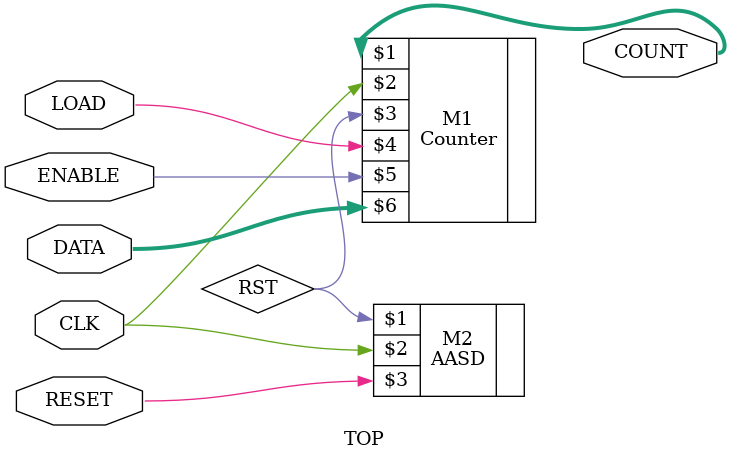
<source format=v>
/*
Name: Kenneth Galindo
Class: ECE 526 Lab
Lab Report: #5
File Name: TOP
*/

`timescale 1 ns / 1 ns

module TOP (COUNT, CLK, RESET, LOAD, ENABLE, DATA);

	input CLK, RESET, LOAD, ENABLE;
	input [7:0] DATA;
	output [7:0] COUNT;

	wire RST;

	Counter M1 (COUNT, CLK, RST, LOAD, ENABLE, DATA);
	AASD M2 (RST, CLK, RESET);
endmodule

</source>
